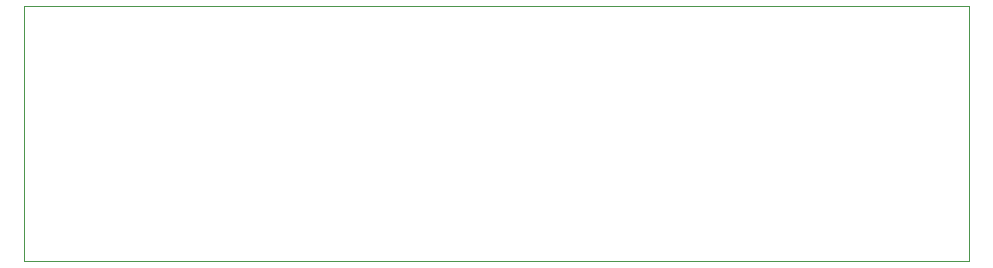
<source format=gbr>
%TF.GenerationSoftware,KiCad,Pcbnew,5.1.10-88a1d61d58~90~ubuntu20.04.1*%
%TF.CreationDate,2023-02-04T18:34:01+01:00*%
%TF.ProjectId,zvire-vetrnik-power-supply,7a766972-652d-4766-9574-726e696b2d70,rev?*%
%TF.SameCoordinates,PX3c8eee0PY791ddc0*%
%TF.FileFunction,Profile,NP*%
%FSLAX46Y46*%
G04 Gerber Fmt 4.6, Leading zero omitted, Abs format (unit mm)*
G04 Created by KiCad (PCBNEW 5.1.10-88a1d61d58~90~ubuntu20.04.1) date 2023-02-04 18:34:01*
%MOMM*%
%LPD*%
G01*
G04 APERTURE LIST*
%TA.AperFunction,Profile*%
%ADD10C,0.050000*%
%TD*%
G04 APERTURE END LIST*
D10*
X80010000Y0D02*
X0Y0D01*
X80010000Y21590000D02*
X80010000Y0D01*
X0Y21590000D02*
X80010000Y21590000D01*
X0Y0D02*
X0Y21590000D01*
M02*

</source>
